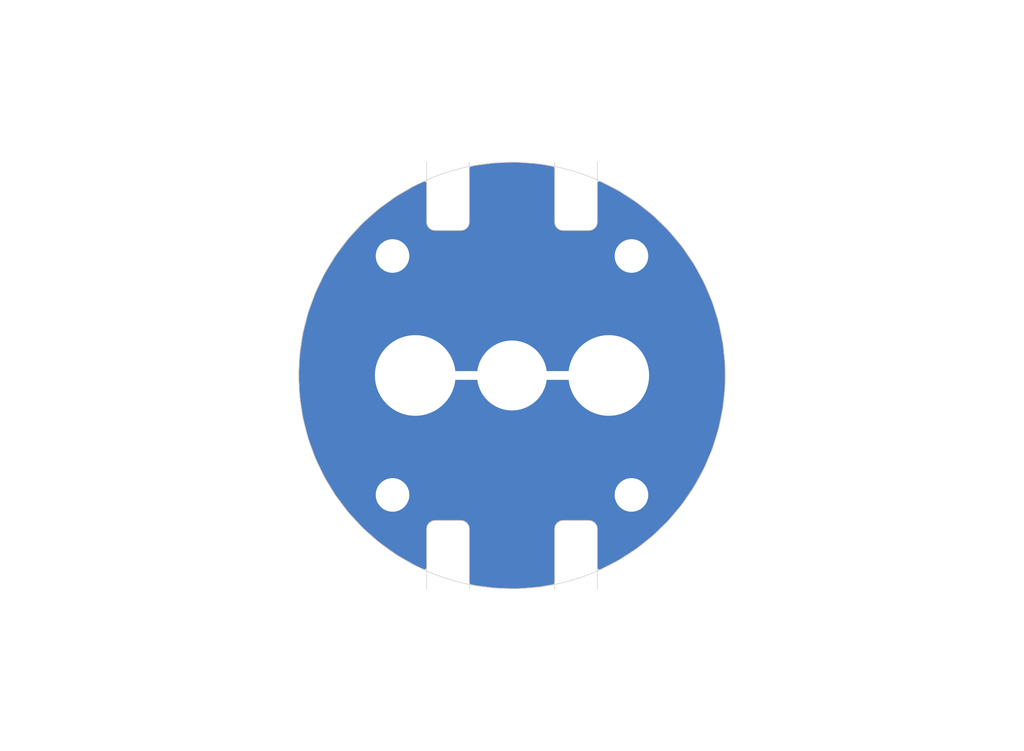
<source format=kicad_pcb>
(kicad_pcb (version 20171130) (host pcbnew "(5.1.9)-1")

  (general
    (thickness 1.6)
    (drawings 21)
    (tracks 0)
    (zones 0)
    (modules 5)
    (nets 2)
  )

  (page A4)
  (title_block
    (title "Open PCB LGR")
    (date 2022-07-15)
    (rev 1.0)
    (company "Bridge12 Technologies, Inc.")
    (comment 1 "X-Band Loop Gap Resonator")
    (comment 4 "Timothy Keller")
  )

  (layers
    (0 F.Cu signal)
    (31 B.Cu signal)
    (32 B.Adhes user)
    (33 F.Adhes user)
    (34 B.Paste user)
    (35 F.Paste user)
    (36 B.SilkS user)
    (37 F.SilkS user)
    (38 B.Mask user)
    (39 F.Mask user)
    (40 Dwgs.User user)
    (41 Cmts.User user)
    (42 Eco1.User user)
    (43 Eco2.User user)
    (44 Edge.Cuts user)
    (45 Margin user)
    (46 B.CrtYd user)
    (47 F.CrtYd user)
    (48 B.Fab user)
    (49 F.Fab user)
  )

  (setup
    (last_trace_width 0.25)
    (trace_clearance 0.2)
    (zone_clearance 0)
    (zone_45_only no)
    (trace_min 0.2)
    (via_size 0.8)
    (via_drill 0.4)
    (via_min_size 0.4)
    (via_min_drill 0.3)
    (uvia_size 0.3)
    (uvia_drill 0.1)
    (uvias_allowed no)
    (uvia_min_size 0.2)
    (uvia_min_drill 0.1)
    (edge_width 0.05)
    (segment_width 0.2)
    (pcb_text_width 0.3)
    (pcb_text_size 1.5 1.5)
    (mod_edge_width 0.12)
    (mod_text_size 1 1)
    (mod_text_width 0.15)
    (pad_size 27.94 6.35)
    (pad_drill 25.4)
    (pad_to_mask_clearance 0)
    (aux_axis_origin 0 0)
    (visible_elements 7FFFFFFF)
    (pcbplotparams
      (layerselection 0x010fc_ffffffff)
      (usegerberextensions false)
      (usegerberattributes true)
      (usegerberadvancedattributes true)
      (creategerberjobfile true)
      (excludeedgelayer true)
      (linewidth 0.100000)
      (plotframeref false)
      (viasonmask false)
      (mode 1)
      (useauxorigin false)
      (hpglpennumber 1)
      (hpglpenspeed 20)
      (hpglpendiameter 15.000000)
      (psnegative false)
      (psa4output false)
      (plotreference true)
      (plotvalue true)
      (plotinvisibletext false)
      (padsonsilk false)
      (subtractmaskfromsilk false)
      (outputformat 1)
      (mirror false)
      (drillshape 0)
      (scaleselection 1)
      (outputdirectory "gebers_PCB_LGR_Rev1.0/"))
  )

  (net 0 "")
  (net 1 GND)

  (net_class Default "This is the default net class."
    (clearance 0.2)
    (trace_width 0.25)
    (via_dia 0.8)
    (via_drill 0.4)
    (uvia_dia 0.3)
    (uvia_drill 0.1)
    (add_net GND)
  )

  (module MountingHole:MountingHole_2.5mm_Pad (layer F.Cu) (tedit 56D1B4CB) (tstamp 61F24DE7)
    (at 91.11 91.11)
    (descr "Mounting Hole 2.5mm")
    (tags "mounting hole 2.5mm")
    (path /608B18ED)
    (attr virtual)
    (fp_text reference H2 (at 0 -3.5) (layer F.SilkS) hide
      (effects (font (size 1 1) (thickness 0.15)))
    )
    (fp_text value MountingHole_Pad (at 0 3.5) (layer F.Fab)
      (effects (font (size 1 1) (thickness 0.15)))
    )
    (fp_circle (center 0 0) (end 2.75 0) (layer F.CrtYd) (width 0.05))
    (fp_circle (center 0 0) (end 2.5 0) (layer Cmts.User) (width 0.15))
    (fp_text user %R (at 0.3 0) (layer F.Fab)
      (effects (font (size 1 1) (thickness 0.15)))
    )
    (pad 1 thru_hole circle (at 0 0) (size 5 5) (drill 2.5) (layers *.Cu *.Mask)
      (net 1 GND))
  )

  (module MountingHole:MountingHole_2.5mm_Pad (layer F.Cu) (tedit 56D1B4CB) (tstamp 61F24DEE)
    (at 108.89 91.11)
    (descr "Mounting Hole 2.5mm")
    (tags "mounting hole 2.5mm")
    (path /608B21F1)
    (attr virtual)
    (fp_text reference H3 (at 0 -3.5) (layer F.SilkS) hide
      (effects (font (size 1 1) (thickness 0.15)))
    )
    (fp_text value MountingHole_Pad (at 0 3.5) (layer F.Fab)
      (effects (font (size 1 1) (thickness 0.15)))
    )
    (fp_circle (center 0 0) (end 2.5 0) (layer Cmts.User) (width 0.15))
    (fp_circle (center 0 0) (end 2.75 0) (layer F.CrtYd) (width 0.05))
    (fp_text user %R (at 0.3 0) (layer F.Fab)
      (effects (font (size 1 1) (thickness 0.15)))
    )
    (pad 1 thru_hole circle (at 0 0) (size 5 5) (drill 2.5) (layers *.Cu *.Mask)
      (net 1 GND))
  )

  (module MountingHole:MountingHole_2.5mm_Pad (layer F.Cu) (tedit 56D1B4CB) (tstamp 61F24DF5)
    (at 108.89 108.89)
    (descr "Mounting Hole 2.5mm")
    (tags "mounting hole 2.5mm")
    (path /608B248C)
    (attr virtual)
    (fp_text reference H4 (at 0 -3.5) (layer F.SilkS) hide
      (effects (font (size 1 1) (thickness 0.15)))
    )
    (fp_text value MountingHole_Pad (at 0 3.5) (layer F.Fab)
      (effects (font (size 1 1) (thickness 0.15)))
    )
    (fp_circle (center 0 0) (end 2.75 0) (layer F.CrtYd) (width 0.05))
    (fp_circle (center 0 0) (end 2.5 0) (layer Cmts.User) (width 0.15))
    (fp_text user %R (at 0.3 0) (layer F.Fab)
      (effects (font (size 1 1) (thickness 0.15)))
    )
    (pad 1 thru_hole circle (at 0 0) (size 5 5) (drill 2.5) (layers *.Cu *.Mask)
      (net 1 GND))
  )

  (module MountingHole:MountingHole_2.5mm_Pad (layer F.Cu) (tedit 56D1B4CB) (tstamp 61F24DFC)
    (at 91.11 108.89)
    (descr "Mounting Hole 2.5mm")
    (tags "mounting hole 2.5mm")
    (path /608B26DB)
    (attr virtual)
    (fp_text reference H5 (at 0 -3.5) (layer F.SilkS) hide
      (effects (font (size 1 1) (thickness 0.15)))
    )
    (fp_text value MountingHole_Pad (at 0 3.5) (layer F.Fab)
      (effects (font (size 1 1) (thickness 0.15)))
    )
    (fp_circle (center 0 0) (end 2.5 0) (layer Cmts.User) (width 0.15))
    (fp_circle (center 0 0) (end 2.75 0) (layer F.CrtYd) (width 0.05))
    (fp_text user %R (at 0.3 0) (layer F.Fab)
      (effects (font (size 1 1) (thickness 0.15)))
    )
    (pad 1 thru_hole circle (at 0 0) (size 5 5) (drill 2.5) (layers *.Cu *.Mask)
      (net 1 GND))
  )

  (module B12T_Open_PCB_LGR:5.2mm_3L2G_X-Band (layer F.Cu) (tedit 608B160C) (tstamp 62D1ECA3)
    (at 100 100)
    (path /608B011B)
    (fp_text reference H1 (at 1.27 -6.35) (layer F.SilkS) hide
      (effects (font (size 1 1) (thickness 0.15)))
    )
    (fp_text value MountingHole_Pad (at -2.54 -6.35) (layer F.Fab) hide
      (effects (font (size 1 1) (thickness 0.15)))
    )
    (pad 1 thru_hole circle (at 0 0) (size 10 10) (drill 5.2) (layers *.Cu *.Mask)
      (net 1 GND))
    (pad 1 thru_hole circle (at 7.2 0) (size 8 8) (drill 6) (layers *.Cu *.Mask)
      (net 1 GND))
    (pad 1 thru_hole oval (at 0 0) (size 16 2) (drill oval 14.2 0.65) (layers *.Cu *.Mask)
      (net 1 GND))
    (pad 1 thru_hole circle (at -7.2 0) (size 8 8) (drill 6) (layers *.Cu *.Mask)
      (net 1 GND))
  )

  (gr_line (start 106.35 111.43) (end 106.35 115.875) (layer Edge.Cuts) (width 0.05) (tstamp 62BAF47C))
  (gr_arc (start 103.81 111.43) (end 103.175 111.43) (angle 90) (layer Edge.Cuts) (width 0.05) (tstamp 62BAF47B))
  (gr_line (start 103.175 115.875) (end 103.175 111.43) (layer Edge.Cuts) (width 0.05) (tstamp 62BAF47A))
  (gr_arc (start 105.715 111.43) (end 105.715 110.795) (angle 90) (layer Edge.Cuts) (width 0.05) (tstamp 62BAF479))
  (gr_line (start 103.81 110.795) (end 105.715 110.795) (layer Edge.Cuts) (width 0.05) (tstamp 62BAF478))
  (gr_line (start 94.285 110.795) (end 96.19 110.795) (layer Edge.Cuts) (width 0.05) (tstamp 62BAF42B))
  (gr_line (start 96.825 111.43) (end 96.825 115.875) (layer Edge.Cuts) (width 0.05) (tstamp 62BAF42A))
  (gr_line (start 93.65 115.875) (end 93.65 111.43) (layer Edge.Cuts) (width 0.05) (tstamp 62BAF429))
  (gr_arc (start 96.19 111.43) (end 96.19 110.795) (angle 90) (layer Edge.Cuts) (width 0.05) (tstamp 62BAF428))
  (gr_arc (start 94.285 111.43) (end 93.65 111.43) (angle 90) (layer Edge.Cuts) (width 0.05) (tstamp 62BAF427))
  (gr_line (start 103.81 89.205) (end 105.715 89.205) (layer Edge.Cuts) (width 0.05) (tstamp 62BAF42B))
  (gr_line (start 106.35 88.57) (end 106.35 84.125) (layer Edge.Cuts) (width 0.05) (tstamp 62BAF42A))
  (gr_line (start 103.175 84.125) (end 103.175 88.57) (layer Edge.Cuts) (width 0.05) (tstamp 62BAF429))
  (gr_arc (start 105.715 88.57) (end 105.715 89.205) (angle -90) (layer Edge.Cuts) (width 0.05) (tstamp 62BAF428))
  (gr_arc (start 103.81 88.57) (end 103.175 88.57) (angle -90) (layer Edge.Cuts) (width 0.05) (tstamp 62BAF427))
  (gr_arc (start 96.19 88.57) (end 96.19 89.205) (angle -90) (layer Edge.Cuts) (width 0.05))
  (gr_arc (start 94.285 88.57) (end 93.65 88.57) (angle -90) (layer Edge.Cuts) (width 0.05))
  (gr_line (start 96.825 88.57) (end 96.825 84.125) (layer Edge.Cuts) (width 0.05))
  (gr_line (start 94.285 89.205) (end 96.19 89.205) (layer Edge.Cuts) (width 0.05))
  (gr_line (start 93.65 84.125) (end 93.65 88.57) (layer Edge.Cuts) (width 0.05))
  (gr_circle (center 100 100) (end 115.875 100) (layer Edge.Cuts) (width 0.05))

  (zone (net 1) (net_name GND) (layer F.Cu) (tstamp 62D191B4) (hatch edge 0.508)
    (connect_pads yes (clearance 0))
    (min_thickness 0.254)
    (fill yes (arc_segments 32) (thermal_gap 0.508) (thermal_bridge_width 0.508))
    (polygon
      (pts
        (xy 130.48 120.32) (xy 69.52 120.32) (xy 69.52 79.68) (xy 130.48 79.68)
      )
    )
    (filled_polygon
      (pts
        (xy 101.955056 84.399023) (xy 103.023 84.58733) (xy 103.023001 88.577462) (xy 103.023669 88.584241) (xy 103.023641 88.58821)
        (xy 103.023848 88.590322) (xy 103.036803 88.713573) (xy 103.039573 88.727069) (xy 103.042154 88.7406) (xy 103.042767 88.742627)
        (xy 103.042768 88.742633) (xy 103.04277 88.742639) (xy 103.079415 88.861019) (xy 103.084751 88.873715) (xy 103.089914 88.886493)
        (xy 103.09091 88.888367) (xy 103.149854 88.997382) (xy 103.157575 89.008829) (xy 103.165102 89.020331) (xy 103.166443 89.021975)
        (xy 103.245439 89.117465) (xy 103.2552 89.127158) (xy 103.264853 89.137015) (xy 103.266488 89.138368) (xy 103.362527 89.216696)
        (xy 103.37404 89.224346) (xy 103.38537 89.232103) (xy 103.387236 89.233113) (xy 103.49666 89.291295) (xy 103.509401 89.296546)
        (xy 103.52206 89.301972) (xy 103.524087 89.3026) (xy 103.642728 89.338419) (xy 103.656208 89.341088) (xy 103.669719 89.34396)
        (xy 103.671829 89.344182) (xy 103.795168 89.356275) (xy 103.795178 89.356275) (xy 103.802538 89.357) (xy 105.722462 89.357)
        (xy 105.72925 89.356331) (xy 105.73321 89.356359) (xy 105.735322 89.356152) (xy 105.858573 89.343197) (xy 105.872069 89.340427)
        (xy 105.8856 89.337846) (xy 105.887627 89.337233) (xy 105.887633 89.337232) (xy 105.887639 89.33723) (xy 106.006019 89.300585)
        (xy 106.018715 89.295249) (xy 106.031493 89.290086) (xy 106.033367 89.28909) (xy 106.142382 89.230146) (xy 106.153829 89.222425)
        (xy 106.165331 89.214898) (xy 106.166975 89.213557) (xy 106.262465 89.134561) (xy 106.272158 89.1248) (xy 106.282015 89.115147)
        (xy 106.283368 89.113512) (xy 106.361696 89.017473) (xy 106.369346 89.00596) (xy 106.377103 88.99463) (xy 106.378113 88.992764)
        (xy 106.436295 88.88334) (xy 106.441546 88.870599) (xy 106.446972 88.85794) (xy 106.4476 88.855913) (xy 106.483419 88.737272)
        (xy 106.486088 88.723792) (xy 106.48896 88.710281) (xy 106.489182 88.708171) (xy 106.501275 88.584832) (xy 106.501275 88.584822)
        (xy 106.502 88.577462) (xy 106.502 85.686507) (xy 107.8615 86.383483) (xy 109.178202 87.233899) (xy 110.403686 88.21119)
        (xy 111.525775 89.305644) (xy 112.533314 90.506383) (xy 113.416293 91.801474) (xy 114.165934 93.178046) (xy 114.774787 94.622417)
        (xy 115.236802 96.120233) (xy 115.547387 97.656608) (xy 115.703455 99.216273) (xy 115.703455 100.783727) (xy 115.547387 102.343392)
        (xy 115.236802 103.879767) (xy 114.774787 105.377583) (xy 114.165934 106.821954) (xy 113.416293 108.198526) (xy 112.533314 109.493617)
        (xy 111.525775 110.694356) (xy 110.403686 111.78881) (xy 109.178202 112.766101) (xy 107.8615 113.616517) (xy 106.502 114.313493)
        (xy 106.502 111.422538) (xy 106.501331 111.41575) (xy 106.501359 111.41179) (xy 106.501152 111.409678) (xy 106.488197 111.286427)
        (xy 106.48542 111.2729) (xy 106.482845 111.2594) (xy 106.482232 111.257368) (xy 106.445585 111.138981) (xy 106.44026 111.126314)
        (xy 106.435086 111.113507) (xy 106.43409 111.111633) (xy 106.375146 111.002618) (xy 106.367414 110.991156) (xy 106.359898 110.979669)
        (xy 106.358561 110.97803) (xy 106.358557 110.978024) (xy 106.358552 110.978019) (xy 106.279561 110.882535) (xy 106.269766 110.872808)
        (xy 106.260146 110.862984) (xy 106.258511 110.861631) (xy 106.162473 110.783304) (xy 106.150986 110.775672) (xy 106.13963 110.767896)
        (xy 106.137768 110.76689) (xy 106.137764 110.766887) (xy 106.13776 110.766885) (xy 106.02834 110.708705) (xy 106.015571 110.703442)
        (xy 106.00294 110.698028) (xy 106.000913 110.6974) (xy 105.882272 110.66158) (xy 105.868761 110.658905) (xy 105.855281 110.65604)
        (xy 105.853171 110.655818) (xy 105.729832 110.643725) (xy 105.729822 110.643725) (xy 105.722462 110.643) (xy 103.802538 110.643)
        (xy 103.79575 110.643669) (xy 103.79179 110.643641) (xy 103.789678 110.643848) (xy 103.666427 110.656803) (xy 103.6529 110.65958)
        (xy 103.6394 110.662155) (xy 103.63737 110.662767) (xy 103.637364 110.662769) (xy 103.518981 110.699415) (xy 103.506314 110.70474)
        (xy 103.493507 110.709914) (xy 103.491633 110.71091) (xy 103.382618 110.769854) (xy 103.371156 110.777586) (xy 103.359669 110.785102)
        (xy 103.35803 110.786439) (xy 103.358024 110.786443) (xy 103.358019 110.786448) (xy 103.262535 110.865439) (xy 103.252808 110.875234)
        (xy 103.242984 110.884854) (xy 103.241631 110.886489) (xy 103.163304 110.982527) (xy 103.155672 110.994014) (xy 103.147896 111.00537)
        (xy 103.14689 111.007232) (xy 103.146887 111.007236) (xy 103.146887 111.007237) (xy 103.088705 111.11666) (xy 103.083442 111.129429)
        (xy 103.078028 111.14206) (xy 103.0774 111.144087) (xy 103.04158 111.262728) (xy 103.038905 111.276239) (xy 103.03604 111.289719)
        (xy 103.035818 111.291829) (xy 103.023725 111.415168) (xy 103.023725 111.415188) (xy 103.023001 111.422538) (xy 103.023 115.41267)
        (xy 101.955056 115.600977) (xy 100.391985 115.718113) (xy 98.825019 115.679035) (xy 97.26973 115.484132) (xy 96.977 115.417318)
        (xy 96.977 111.422538) (xy 96.976331 111.41575) (xy 96.976359 111.41179) (xy 96.976152 111.409678) (xy 96.963197 111.286427)
        (xy 96.96042 111.2729) (xy 96.957845 111.2594) (xy 96.957232 111.257368) (xy 96.920585 111.138981) (xy 96.91526 111.126314)
        (xy 96.910086 111.113507) (xy 96.90909 111.111633) (xy 96.850146 111.002618) (xy 96.842414 110.991156) (xy 96.834898 110.979669)
        (xy 96.833561 110.97803) (xy 96.833557 110.978024) (xy 96.833552 110.978019) (xy 96.754561 110.882535) (xy 96.744766 110.872808)
        (xy 96.735146 110.862984) (xy 96.733511 110.861631) (xy 96.637473 110.783304) (xy 96.625986 110.775672) (xy 96.61463 110.767896)
        (xy 96.612768 110.76689) (xy 96.612764 110.766887) (xy 96.61276 110.766885) (xy 96.50334 110.708705) (xy 96.490571 110.703442)
        (xy 96.47794 110.698028) (xy 96.475913 110.6974) (xy 96.357272 110.66158) (xy 96.343761 110.658905) (xy 96.330281 110.65604)
        (xy 96.328171 110.655818) (xy 96.204832 110.643725) (xy 96.204822 110.643725) (xy 96.197462 110.643) (xy 94.277538 110.643)
        (xy 94.27075 110.643669) (xy 94.26679 110.643641) (xy 94.264678 110.643848) (xy 94.141427 110.656803) (xy 94.1279 110.65958)
        (xy 94.1144 110.662155) (xy 94.11237 110.662767) (xy 94.112364 110.662769) (xy 93.993981 110.699415) (xy 93.981314 110.70474)
        (xy 93.968507 110.709914) (xy 93.966633 110.71091) (xy 93.857618 110.769854) (xy 93.846156 110.777586) (xy 93.834669 110.785102)
        (xy 93.83303 110.786439) (xy 93.833024 110.786443) (xy 93.833019 110.786448) (xy 93.737535 110.865439) (xy 93.727808 110.875234)
        (xy 93.717984 110.884854) (xy 93.716631 110.886489) (xy 93.638304 110.982527) (xy 93.630672 110.994014) (xy 93.622896 111.00537)
        (xy 93.62189 111.007232) (xy 93.621887 111.007236) (xy 93.621887 111.007237) (xy 93.563705 111.11666) (xy 93.558442 111.129429)
        (xy 93.553028 111.14206) (xy 93.5524 111.144087) (xy 93.51658 111.262728) (xy 93.513905 111.276239) (xy 93.51104 111.289719)
        (xy 93.510818 111.291829) (xy 93.498725 111.415168) (xy 93.498725 111.415188) (xy 93.498001 111.422538) (xy 93.498 114.294221)
        (xy 92.827 113.991454) (xy 91.469545 113.207728) (xy 90.19687 112.292736) (xy 89.021623 111.255574) (xy 87.955483 110.10655)
        (xy 87.009048 108.857081) (xy 86.191722 107.519587) (xy 85.51163 106.10736) (xy 84.975529 104.634436) (xy 84.588748 103.115452)
        (xy 84.355131 101.565505) (xy 84.277 100) (xy 84.355131 98.434495) (xy 84.588748 96.884548) (xy 84.975529 95.365564)
        (xy 85.51163 93.89264) (xy 86.191722 92.480413) (xy 87.009048 91.142919) (xy 87.955483 89.89345) (xy 89.021623 88.744426)
        (xy 90.19687 87.707264) (xy 91.469545 86.792272) (xy 92.827 86.008546) (xy 93.498 85.705779) (xy 93.498001 88.577462)
        (xy 93.498669 88.584241) (xy 93.498641 88.58821) (xy 93.498848 88.590322) (xy 93.511803 88.713573) (xy 93.514573 88.727069)
        (xy 93.517154 88.7406) (xy 93.517767 88.742627) (xy 93.517768 88.742633) (xy 93.51777 88.742639) (xy 93.554415 88.861019)
        (xy 93.559751 88.873715) (xy 93.564914 88.886493) (xy 93.56591 88.888367) (xy 93.624854 88.997382) (xy 93.632575 89.008829)
        (xy 93.640102 89.020331) (xy 93.641443 89.021975) (xy 93.720439 89.117465) (xy 93.7302 89.127158) (xy 93.739853 89.137015)
        (xy 93.741488 89.138368) (xy 93.837527 89.216696) (xy 93.84904 89.224346) (xy 93.86037 89.232103) (xy 93.862236 89.233113)
        (xy 93.97166 89.291295) (xy 93.984401 89.296546) (xy 93.99706 89.301972) (xy 93.999087 89.3026) (xy 94.117728 89.338419)
        (xy 94.131208 89.341088) (xy 94.144719 89.34396) (xy 94.146829 89.344182) (xy 94.270168 89.356275) (xy 94.270178 89.356275)
        (xy 94.277538 89.357) (xy 96.197462 89.357) (xy 96.20425 89.356331) (xy 96.20821 89.356359) (xy 96.210322 89.356152)
        (xy 96.333573 89.343197) (xy 96.347069 89.340427) (xy 96.3606 89.337846) (xy 96.362627 89.337233) (xy 96.362633 89.337232)
        (xy 96.362639 89.33723) (xy 96.481019 89.300585) (xy 96.493715 89.295249) (xy 96.506493 89.290086) (xy 96.508367 89.28909)
        (xy 96.617382 89.230146) (xy 96.628829 89.222425) (xy 96.640331 89.214898) (xy 96.641975 89.213557) (xy 96.737465 89.134561)
        (xy 96.747158 89.1248) (xy 96.757015 89.115147) (xy 96.758368 89.113512) (xy 96.836696 89.017473) (xy 96.844346 89.00596)
        (xy 96.852103 88.99463) (xy 96.853113 88.992764) (xy 96.911295 88.88334) (xy 96.916546 88.870599) (xy 96.921972 88.85794)
        (xy 96.9226 88.855913) (xy 96.958419 88.737272) (xy 96.961088 88.723792) (xy 96.96396 88.710281) (xy 96.964182 88.708171)
        (xy 96.976275 88.584832) (xy 96.976275 88.584822) (xy 96.977 88.577462) (xy 96.977 84.582682) (xy 97.26973 84.515868)
        (xy 98.825019 84.320965) (xy 100.391985 84.281887)
      )
    )
  )
  (zone (net 1) (net_name GND) (layer B.Cu) (tstamp 62D191B1) (hatch edge 0.508)
    (connect_pads yes (clearance 0))
    (min_thickness 0.254)
    (fill yes (arc_segments 32) (thermal_gap 0.508) (thermal_bridge_width 0.508))
    (polygon
      (pts
        (xy 133.02 122.86) (xy 66.98 122.86) (xy 66.98 77.14) (xy 133.02 77.14)
      )
    )
    (filled_polygon
      (pts
        (xy 101.955056 84.399023) (xy 103.023 84.58733) (xy 103.023001 88.577462) (xy 103.023669 88.584241) (xy 103.023641 88.58821)
        (xy 103.023848 88.590322) (xy 103.036803 88.713573) (xy 103.039573 88.727069) (xy 103.042154 88.7406) (xy 103.042767 88.742627)
        (xy 103.042768 88.742633) (xy 103.04277 88.742639) (xy 103.079415 88.861019) (xy 103.084751 88.873715) (xy 103.089914 88.886493)
        (xy 103.09091 88.888367) (xy 103.149854 88.997382) (xy 103.157575 89.008829) (xy 103.165102 89.020331) (xy 103.166443 89.021975)
        (xy 103.245439 89.117465) (xy 103.2552 89.127158) (xy 103.264853 89.137015) (xy 103.266488 89.138368) (xy 103.362527 89.216696)
        (xy 103.37404 89.224346) (xy 103.38537 89.232103) (xy 103.387236 89.233113) (xy 103.49666 89.291295) (xy 103.509401 89.296546)
        (xy 103.52206 89.301972) (xy 103.524087 89.3026) (xy 103.642728 89.338419) (xy 103.656208 89.341088) (xy 103.669719 89.34396)
        (xy 103.671829 89.344182) (xy 103.795168 89.356275) (xy 103.795178 89.356275) (xy 103.802538 89.357) (xy 105.722462 89.357)
        (xy 105.72925 89.356331) (xy 105.73321 89.356359) (xy 105.735322 89.356152) (xy 105.858573 89.343197) (xy 105.872069 89.340427)
        (xy 105.8856 89.337846) (xy 105.887627 89.337233) (xy 105.887633 89.337232) (xy 105.887639 89.33723) (xy 106.006019 89.300585)
        (xy 106.018715 89.295249) (xy 106.031493 89.290086) (xy 106.033367 89.28909) (xy 106.142382 89.230146) (xy 106.153829 89.222425)
        (xy 106.165331 89.214898) (xy 106.166975 89.213557) (xy 106.262465 89.134561) (xy 106.272158 89.1248) (xy 106.282015 89.115147)
        (xy 106.283368 89.113512) (xy 106.361696 89.017473) (xy 106.369346 89.00596) (xy 106.377103 88.99463) (xy 106.378113 88.992764)
        (xy 106.436295 88.88334) (xy 106.441546 88.870599) (xy 106.446972 88.85794) (xy 106.4476 88.855913) (xy 106.483419 88.737272)
        (xy 106.486088 88.723792) (xy 106.48896 88.710281) (xy 106.489182 88.708171) (xy 106.501275 88.584832) (xy 106.501275 88.584822)
        (xy 106.502 88.577462) (xy 106.502 85.686507) (xy 107.8615 86.383483) (xy 109.178202 87.233899) (xy 110.403686 88.21119)
        (xy 111.525775 89.305644) (xy 112.533314 90.506383) (xy 113.416293 91.801474) (xy 114.165934 93.178046) (xy 114.774787 94.622417)
        (xy 115.236802 96.120233) (xy 115.547387 97.656608) (xy 115.703455 99.216273) (xy 115.703455 100.783727) (xy 115.547387 102.343392)
        (xy 115.236802 103.879767) (xy 114.774787 105.377583) (xy 114.165934 106.821954) (xy 113.416293 108.198526) (xy 112.533314 109.493617)
        (xy 111.525775 110.694356) (xy 110.403686 111.78881) (xy 109.178202 112.766101) (xy 107.8615 113.616517) (xy 106.502 114.313493)
        (xy 106.502 111.422538) (xy 106.501331 111.41575) (xy 106.501359 111.41179) (xy 106.501152 111.409678) (xy 106.488197 111.286427)
        (xy 106.48542 111.2729) (xy 106.482845 111.2594) (xy 106.482232 111.257368) (xy 106.445585 111.138981) (xy 106.44026 111.126314)
        (xy 106.435086 111.113507) (xy 106.43409 111.111633) (xy 106.375146 111.002618) (xy 106.367414 110.991156) (xy 106.359898 110.979669)
        (xy 106.358561 110.97803) (xy 106.358557 110.978024) (xy 106.358552 110.978019) (xy 106.279561 110.882535) (xy 106.269766 110.872808)
        (xy 106.260146 110.862984) (xy 106.258511 110.861631) (xy 106.162473 110.783304) (xy 106.150986 110.775672) (xy 106.13963 110.767896)
        (xy 106.137768 110.76689) (xy 106.137764 110.766887) (xy 106.13776 110.766885) (xy 106.02834 110.708705) (xy 106.015571 110.703442)
        (xy 106.00294 110.698028) (xy 106.000913 110.6974) (xy 105.882272 110.66158) (xy 105.868761 110.658905) (xy 105.855281 110.65604)
        (xy 105.853171 110.655818) (xy 105.729832 110.643725) (xy 105.729822 110.643725) (xy 105.722462 110.643) (xy 103.802538 110.643)
        (xy 103.79575 110.643669) (xy 103.79179 110.643641) (xy 103.789678 110.643848) (xy 103.666427 110.656803) (xy 103.6529 110.65958)
        (xy 103.6394 110.662155) (xy 103.63737 110.662767) (xy 103.637364 110.662769) (xy 103.518981 110.699415) (xy 103.506314 110.70474)
        (xy 103.493507 110.709914) (xy 103.491633 110.71091) (xy 103.382618 110.769854) (xy 103.371156 110.777586) (xy 103.359669 110.785102)
        (xy 103.35803 110.786439) (xy 103.358024 110.786443) (xy 103.358019 110.786448) (xy 103.262535 110.865439) (xy 103.252808 110.875234)
        (xy 103.242984 110.884854) (xy 103.241631 110.886489) (xy 103.163304 110.982527) (xy 103.155672 110.994014) (xy 103.147896 111.00537)
        (xy 103.14689 111.007232) (xy 103.146887 111.007236) (xy 103.146887 111.007237) (xy 103.088705 111.11666) (xy 103.083442 111.129429)
        (xy 103.078028 111.14206) (xy 103.0774 111.144087) (xy 103.04158 111.262728) (xy 103.038905 111.276239) (xy 103.03604 111.289719)
        (xy 103.035818 111.291829) (xy 103.023725 111.415168) (xy 103.023725 111.415188) (xy 103.023001 111.422538) (xy 103.023 115.41267)
        (xy 101.955056 115.600977) (xy 100.391985 115.718113) (xy 98.825019 115.679035) (xy 97.26973 115.484132) (xy 96.977 115.417318)
        (xy 96.977 111.422538) (xy 96.976331 111.41575) (xy 96.976359 111.41179) (xy 96.976152 111.409678) (xy 96.963197 111.286427)
        (xy 96.96042 111.2729) (xy 96.957845 111.2594) (xy 96.957232 111.257368) (xy 96.920585 111.138981) (xy 96.91526 111.126314)
        (xy 96.910086 111.113507) (xy 96.90909 111.111633) (xy 96.850146 111.002618) (xy 96.842414 110.991156) (xy 96.834898 110.979669)
        (xy 96.833561 110.97803) (xy 96.833557 110.978024) (xy 96.833552 110.978019) (xy 96.754561 110.882535) (xy 96.744766 110.872808)
        (xy 96.735146 110.862984) (xy 96.733511 110.861631) (xy 96.637473 110.783304) (xy 96.625986 110.775672) (xy 96.61463 110.767896)
        (xy 96.612768 110.76689) (xy 96.612764 110.766887) (xy 96.61276 110.766885) (xy 96.50334 110.708705) (xy 96.490571 110.703442)
        (xy 96.47794 110.698028) (xy 96.475913 110.6974) (xy 96.357272 110.66158) (xy 96.343761 110.658905) (xy 96.330281 110.65604)
        (xy 96.328171 110.655818) (xy 96.204832 110.643725) (xy 96.204822 110.643725) (xy 96.197462 110.643) (xy 94.277538 110.643)
        (xy 94.27075 110.643669) (xy 94.26679 110.643641) (xy 94.264678 110.643848) (xy 94.141427 110.656803) (xy 94.1279 110.65958)
        (xy 94.1144 110.662155) (xy 94.11237 110.662767) (xy 94.112364 110.662769) (xy 93.993981 110.699415) (xy 93.981314 110.70474)
        (xy 93.968507 110.709914) (xy 93.966633 110.71091) (xy 93.857618 110.769854) (xy 93.846156 110.777586) (xy 93.834669 110.785102)
        (xy 93.83303 110.786439) (xy 93.833024 110.786443) (xy 93.833019 110.786448) (xy 93.737535 110.865439) (xy 93.727808 110.875234)
        (xy 93.717984 110.884854) (xy 93.716631 110.886489) (xy 93.638304 110.982527) (xy 93.630672 110.994014) (xy 93.622896 111.00537)
        (xy 93.62189 111.007232) (xy 93.621887 111.007236) (xy 93.621887 111.007237) (xy 93.563705 111.11666) (xy 93.558442 111.129429)
        (xy 93.553028 111.14206) (xy 93.5524 111.144087) (xy 93.51658 111.262728) (xy 93.513905 111.276239) (xy 93.51104 111.289719)
        (xy 93.510818 111.291829) (xy 93.498725 111.415168) (xy 93.498725 111.415188) (xy 93.498001 111.422538) (xy 93.498 114.294221)
        (xy 92.827 113.991454) (xy 91.469545 113.207728) (xy 90.19687 112.292736) (xy 89.021623 111.255574) (xy 87.955483 110.10655)
        (xy 87.009048 108.857081) (xy 86.191722 107.519587) (xy 85.51163 106.10736) (xy 84.975529 104.634436) (xy 84.588748 103.115452)
        (xy 84.355131 101.565505) (xy 84.277 100) (xy 84.355131 98.434495) (xy 84.588748 96.884548) (xy 84.975529 95.365564)
        (xy 85.51163 93.89264) (xy 86.191722 92.480413) (xy 87.009048 91.142919) (xy 87.955483 89.89345) (xy 89.021623 88.744426)
        (xy 90.19687 87.707264) (xy 91.469545 86.792272) (xy 92.827 86.008546) (xy 93.498 85.705779) (xy 93.498001 88.577462)
        (xy 93.498669 88.584241) (xy 93.498641 88.58821) (xy 93.498848 88.590322) (xy 93.511803 88.713573) (xy 93.514573 88.727069)
        (xy 93.517154 88.7406) (xy 93.517767 88.742627) (xy 93.517768 88.742633) (xy 93.51777 88.742639) (xy 93.554415 88.861019)
        (xy 93.559751 88.873715) (xy 93.564914 88.886493) (xy 93.56591 88.888367) (xy 93.624854 88.997382) (xy 93.632575 89.008829)
        (xy 93.640102 89.020331) (xy 93.641443 89.021975) (xy 93.720439 89.117465) (xy 93.7302 89.127158) (xy 93.739853 89.137015)
        (xy 93.741488 89.138368) (xy 93.837527 89.216696) (xy 93.84904 89.224346) (xy 93.86037 89.232103) (xy 93.862236 89.233113)
        (xy 93.97166 89.291295) (xy 93.984401 89.296546) (xy 93.99706 89.301972) (xy 93.999087 89.3026) (xy 94.117728 89.338419)
        (xy 94.131208 89.341088) (xy 94.144719 89.34396) (xy 94.146829 89.344182) (xy 94.270168 89.356275) (xy 94.270178 89.356275)
        (xy 94.277538 89.357) (xy 96.197462 89.357) (xy 96.20425 89.356331) (xy 96.20821 89.356359) (xy 96.210322 89.356152)
        (xy 96.333573 89.343197) (xy 96.347069 89.340427) (xy 96.3606 89.337846) (xy 96.362627 89.337233) (xy 96.362633 89.337232)
        (xy 96.362639 89.33723) (xy 96.481019 89.300585) (xy 96.493715 89.295249) (xy 96.506493 89.290086) (xy 96.508367 89.28909)
        (xy 96.617382 89.230146) (xy 96.628829 89.222425) (xy 96.640331 89.214898) (xy 96.641975 89.213557) (xy 96.737465 89.134561)
        (xy 96.747158 89.1248) (xy 96.757015 89.115147) (xy 96.758368 89.113512) (xy 96.836696 89.017473) (xy 96.844346 89.00596)
        (xy 96.852103 88.99463) (xy 96.853113 88.992764) (xy 96.911295 88.88334) (xy 96.916546 88.870599) (xy 96.921972 88.85794)
        (xy 96.9226 88.855913) (xy 96.958419 88.737272) (xy 96.961088 88.723792) (xy 96.96396 88.710281) (xy 96.964182 88.708171)
        (xy 96.976275 88.584832) (xy 96.976275 88.584822) (xy 96.977 88.577462) (xy 96.977 84.582682) (xy 97.26973 84.515868)
        (xy 98.825019 84.320965) (xy 100.391985 84.281887)
      )
    )
  )
  (zone (net 0) (net_name "") (layer F.Mask) (tstamp 62D191AE) (hatch edge 0.508)
    (connect_pads yes (clearance 0.508))
    (min_thickness 0.254)
    (fill yes (arc_segments 32) (thermal_gap 0.508) (thermal_bridge_width 0.508))
    (polygon
      (pts
        (xy 135.56 125.4) (xy 64.44 125.4) (xy 64.44 74.6) (xy 135.56 74.6)
      )
    )
    (filled_polygon
      (pts
        (xy 135.433 125.273) (xy 64.567 125.273) (xy 64.567 74.727) (xy 135.433 74.727)
      )
    )
  )
  (zone (net 0) (net_name "") (layer B.Mask) (tstamp 62D191AB) (hatch edge 0.508)
    (connect_pads yes (clearance 0.508))
    (min_thickness 0.254)
    (fill yes (arc_segments 32) (thermal_gap 0.508) (thermal_bridge_width 0.508))
    (polygon
      (pts
        (xy 138.1 127.94) (xy 61.9 127.94) (xy 61.9 72.06) (xy 138.1 72.06)
      )
    )
    (filled_polygon
      (pts
        (xy 137.973 127.813) (xy 62.027 127.813) (xy 62.027 72.187) (xy 137.973 72.187)
      )
    )
  )
)

</source>
